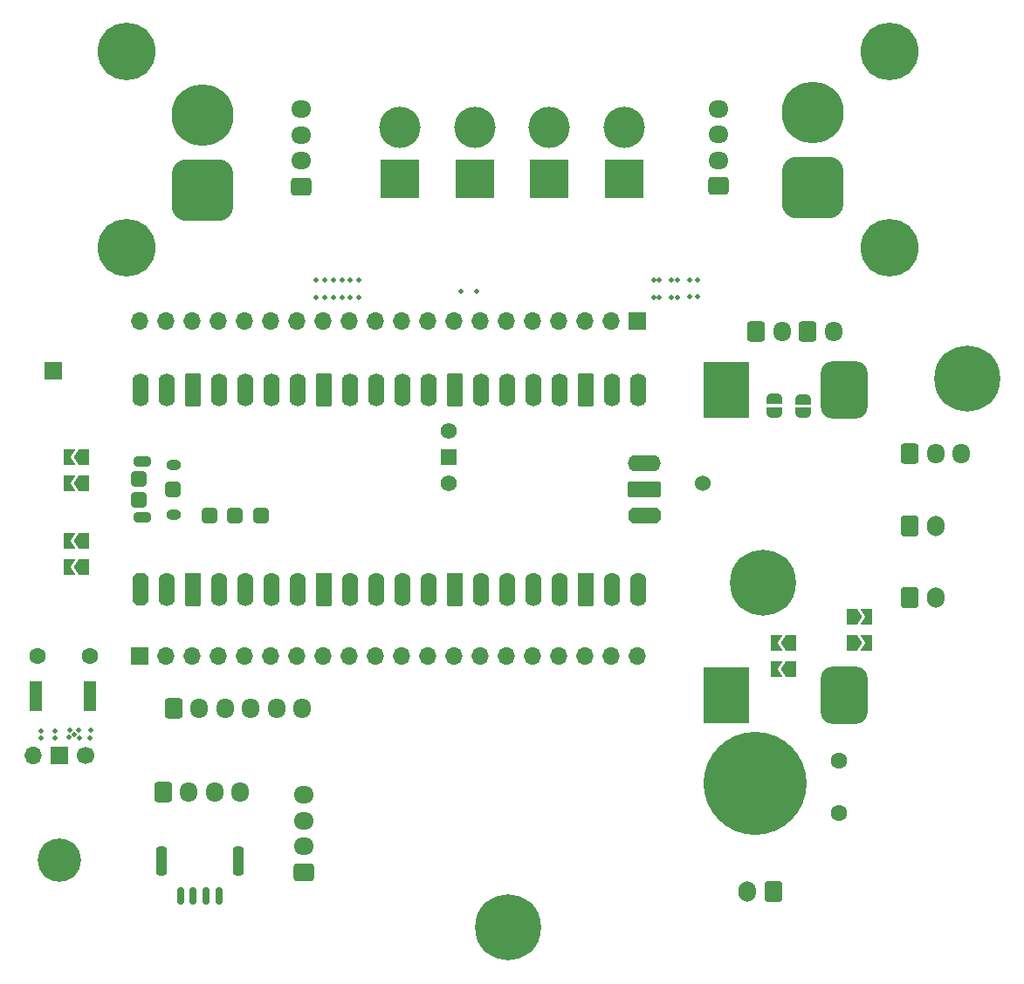
<source format=gbr>
%TF.GenerationSoftware,KiCad,Pcbnew,8.0.1*%
%TF.CreationDate,2024-04-30T15:38:52+08:00*%
%TF.ProjectId,prototype,70726f74-6f74-4797-9065-2e6b69636164,rev?*%
%TF.SameCoordinates,Original*%
%TF.FileFunction,Soldermask,Top*%
%TF.FilePolarity,Negative*%
%FSLAX46Y46*%
G04 Gerber Fmt 4.6, Leading zero omitted, Abs format (unit mm)*
G04 Created by KiCad (PCBNEW 8.0.1) date 2024-04-30 15:38:52*
%MOMM*%
%LPD*%
G01*
G04 APERTURE LIST*
G04 Aperture macros list*
%AMRoundRect*
0 Rectangle with rounded corners*
0 $1 Rounding radius*
0 $2 $3 $4 $5 $6 $7 $8 $9 X,Y pos of 4 corners*
0 Add a 4 corners polygon primitive as box body*
4,1,4,$2,$3,$4,$5,$6,$7,$8,$9,$2,$3,0*
0 Add four circle primitives for the rounded corners*
1,1,$1+$1,$2,$3*
1,1,$1+$1,$4,$5*
1,1,$1+$1,$6,$7*
1,1,$1+$1,$8,$9*
0 Add four rect primitives between the rounded corners*
20,1,$1+$1,$2,$3,$4,$5,0*
20,1,$1+$1,$4,$5,$6,$7,0*
20,1,$1+$1,$6,$7,$8,$9,0*
20,1,$1+$1,$8,$9,$2,$3,0*%
%AMFreePoly0*
4,1,26,1.935306,0.780194,1.989950,0.741421,2.341421,0.389950,2.388777,0.314585,2.400000,0.248529,2.400000,-0.248529,2.380194,-0.335306,2.341421,-0.389950,1.989950,-0.741421,1.914585,-0.788777,1.848529,-0.800000,0.000000,-0.800000,-0.248529,-0.800000,-0.335306,-0.780194,-0.389950,-0.741421,-0.741421,-0.389950,-0.788777,-0.314585,-0.800000,-0.248529,-0.800000,0.248529,-0.780194,0.335306,
-0.741421,0.389950,-0.389950,0.741421,-0.314585,0.788777,-0.248529,0.800000,1.848529,0.800000,1.935306,0.780194,1.935306,0.780194,$1*%
%AMFreePoly1*
4,1,26,0.335306,0.780194,0.389950,0.741421,0.741421,0.389950,0.788777,0.314585,0.800000,0.248529,0.800000,-0.248529,0.780194,-0.335306,0.741421,-0.389950,0.389950,-0.741421,0.314585,-0.788777,0.248529,-0.800000,0.000000,-0.800000,-0.248529,-0.800000,-0.335306,-0.780194,-0.389950,-0.741421,-0.741421,-0.389950,-0.788777,-0.314585,-0.800000,-0.248529,-0.800000,0.248529,-0.780194,0.335306,
-0.741421,0.389950,-0.389950,0.741421,-0.314585,0.788777,-0.248529,0.800000,0.248529,0.800000,0.335306,0.780194,0.335306,0.780194,$1*%
%AMFreePoly2*
4,1,26,0.335306,2.380194,0.389950,2.341421,0.741421,1.989950,0.788777,1.914585,0.800000,1.848529,0.800000,-0.248529,0.780194,-0.335306,0.741421,-0.389950,0.389950,-0.741421,0.314585,-0.788777,0.248529,-0.800000,0.000000,-0.800000,-0.248529,-0.800000,-0.335306,-0.780194,-0.389950,-0.741421,-0.741421,-0.389950,-0.788777,-0.314585,-0.800000,-0.248529,-0.800000,1.848529,-0.780194,1.935306,
-0.741421,1.989950,-0.389950,2.341421,-0.314585,2.388777,-0.248529,2.400000,0.248529,2.400000,0.335306,2.380194,0.335306,2.380194,$1*%
%AMFreePoly3*
4,1,6,0.500000,-0.750000,-0.650000,-0.750000,-0.150000,0.000000,-0.650000,0.750000,0.500000,0.750000,0.500000,-0.750000,0.500000,-0.750000,$1*%
%AMFreePoly4*
4,1,6,1.000000,0.000000,0.500000,-0.750000,-0.500000,-0.750000,-0.500000,0.750000,0.500000,0.750000,1.000000,0.000000,1.000000,0.000000,$1*%
%AMFreePoly5*
4,1,19,0.500000,-0.750000,0.000000,-0.750000,0.000000,-0.744911,-0.071157,-0.744911,-0.207708,-0.704816,-0.327430,-0.627875,-0.420627,-0.520320,-0.479746,-0.390866,-0.500000,-0.250000,-0.500000,0.250000,-0.479746,0.390866,-0.420627,0.520320,-0.327430,0.627875,-0.207708,0.704816,-0.071157,0.744911,0.000000,0.744911,0.000000,0.750000,0.500000,0.750000,0.500000,-0.750000,0.500000,-0.750000,
$1*%
%AMFreePoly6*
4,1,19,0.000000,0.744911,0.071157,0.744911,0.207708,0.704816,0.327430,0.627875,0.420627,0.520320,0.479746,0.390866,0.500000,0.250000,0.500000,-0.250000,0.479746,-0.390866,0.420627,-0.520320,0.327430,-0.627875,0.207708,-0.704816,0.071157,-0.744911,0.000000,-0.744911,0.000000,-0.750000,-0.500000,-0.750000,-0.500000,0.750000,0.000000,0.750000,0.000000,0.744911,0.000000,0.744911,
$1*%
G04 Aperture macros list end*
%ADD10C,0.500000*%
%ADD11O,1.800000X1.100000*%
%ADD12O,1.450000X1.050000*%
%ADD13FreePoly0,90.000000*%
%ADD14FreePoly1,90.000000*%
%ADD15O,1.600000X3.200000*%
%ADD16C,1.600000*%
%ADD17RoundRect,0.200000X0.600000X-1.400000X0.600000X1.400000X-0.600000X1.400000X-0.600000X-1.400000X0*%
%ADD18RoundRect,0.200000X0.600000X-0.600000X0.600000X0.600000X-0.600000X0.600000X-0.600000X-0.600000X0*%
%ADD19FreePoly2,90.000000*%
%ADD20C,1.574800*%
%ADD21RoundRect,0.200000X1.400000X-0.600000X1.400000X0.600000X-1.400000X0.600000X-1.400000X-0.600000X0*%
%ADD22R,1.574800X1.574800*%
%ADD23O,3.200000X1.600000*%
%ADD24RoundRect,0.300000X0.450000X-0.450000X0.450000X0.450000X-0.450000X0.450000X-0.450000X-0.450000X0*%
%ADD25R,4.528000X5.544000*%
%ADD26R,1.700000X1.700000*%
%ADD27RoundRect,1.132000X1.132000X1.640000X-1.132000X1.640000X-1.132000X-1.640000X1.132000X-1.640000X0*%
%ADD28C,1.700000*%
%ADD29C,1.524000*%
%ADD30FreePoly3,180.000000*%
%ADD31FreePoly4,180.000000*%
%ADD32FreePoly5,270.000000*%
%ADD33FreePoly6,270.000000*%
%ADD34FreePoly3,0.000000*%
%ADD35FreePoly4,0.000000*%
%ADD36O,1.700000X1.950000*%
%ADD37RoundRect,0.250000X-0.600000X-0.725000X0.600000X-0.725000X0.600000X0.725000X-0.600000X0.725000X0*%
%ADD38RoundRect,0.250000X0.725000X-0.600000X0.725000X0.600000X-0.725000X0.600000X-0.725000X-0.600000X0*%
%ADD39O,1.950000X1.700000*%
%ADD40RoundRect,0.250000X-0.250000X-1.150000X0.250000X-1.150000X0.250000X1.150000X-0.250000X1.150000X0*%
%ADD41RoundRect,0.150000X-0.150000X-0.700000X0.150000X-0.700000X0.150000X0.700000X-0.150000X0.700000X0*%
%ADD42C,6.400000*%
%ADD43R,3.800000X3.800000*%
%ADD44C,4.000000*%
%ADD45RoundRect,0.250000X-0.600000X-0.750000X0.600000X-0.750000X0.600000X0.750000X-0.600000X0.750000X0*%
%ADD46O,1.700000X2.000000*%
%ADD47O,1.700000X1.700000*%
%ADD48RoundRect,1.500000X1.500000X-1.500000X1.500000X1.500000X-1.500000X1.500000X-1.500000X-1.500000X0*%
%ADD49C,6.000000*%
%ADD50C,4.200000*%
%ADD51R,1.190000X3.000000*%
%ADD52C,5.600000*%
%ADD53RoundRect,0.250000X0.600000X0.750000X-0.600000X0.750000X-0.600000X-0.750000X0.600000X-0.750000X0*%
%ADD54C,10.000000*%
G04 APERTURE END LIST*
D10*
%TO.C,M3*%
X56108600Y-108940600D03*
%TD*%
%TO.C,M10*%
X56108600Y-109575600D03*
%TD*%
D11*
%TO.C,U1*%
X64534000Y-88208000D03*
D12*
X67564000Y-87908000D03*
X67564000Y-83058000D03*
D11*
X64534000Y-82758000D03*
D13*
X64404000Y-95973000D03*
D14*
X64404000Y-94373000D03*
D15*
X66944000Y-95173000D03*
D16*
X66944000Y-94373000D03*
D17*
X69484000Y-95173000D03*
D18*
X69484000Y-94373000D03*
D15*
X72024000Y-95173000D03*
D16*
X72024000Y-94373000D03*
D15*
X74564000Y-95173000D03*
D16*
X74564000Y-94373000D03*
D15*
X77104000Y-95173000D03*
D16*
X77104000Y-94373000D03*
D15*
X79644000Y-95173000D03*
D16*
X79644000Y-94373000D03*
D17*
X82184000Y-95173000D03*
D18*
X82184000Y-94373000D03*
D15*
X84724000Y-95173000D03*
D16*
X84724000Y-94373000D03*
D15*
X87264000Y-95173000D03*
D16*
X87264000Y-94373000D03*
D15*
X89804000Y-95173000D03*
D16*
X89804000Y-94373000D03*
D15*
X92344000Y-95173000D03*
D16*
X92344000Y-94373000D03*
D17*
X94884000Y-95173000D03*
D18*
X94884000Y-94373000D03*
D15*
X97424000Y-95173000D03*
D16*
X97424000Y-94373000D03*
D15*
X99964000Y-95173000D03*
D16*
X99964000Y-94373000D03*
D15*
X102504000Y-95173000D03*
D16*
X102504000Y-94373000D03*
D15*
X105044000Y-95173000D03*
D16*
X105044000Y-94373000D03*
D17*
X107584000Y-95173000D03*
D18*
X107584000Y-94373000D03*
D15*
X110124000Y-95173000D03*
D16*
X110124000Y-94373000D03*
D15*
X112664000Y-95173000D03*
D16*
X112664000Y-94373000D03*
X112664000Y-76593000D03*
D15*
X112664000Y-75793000D03*
D16*
X110124000Y-76593000D03*
D15*
X110124000Y-75793000D03*
D18*
X107584000Y-76593000D03*
D17*
X107584000Y-75793000D03*
D16*
X105044000Y-76593000D03*
D15*
X105044000Y-75793000D03*
D16*
X102504000Y-76593000D03*
D15*
X102504000Y-75793000D03*
D16*
X99964000Y-76593000D03*
D15*
X99964000Y-75793000D03*
D16*
X97424000Y-76593000D03*
D15*
X97424000Y-75793000D03*
D18*
X94884000Y-76593000D03*
D17*
X94884000Y-75793000D03*
D16*
X92344000Y-76593000D03*
D15*
X92344000Y-75793000D03*
D16*
X89804000Y-76593000D03*
D15*
X89804000Y-75793000D03*
D16*
X87264000Y-76593000D03*
D15*
X87264000Y-75793000D03*
D16*
X84724000Y-76593000D03*
D15*
X84724000Y-75793000D03*
D18*
X82184000Y-76593000D03*
D17*
X82184000Y-75793000D03*
D16*
X79644000Y-76593000D03*
D15*
X79644000Y-75793000D03*
D16*
X77104000Y-76593000D03*
D15*
X77104000Y-75793000D03*
D16*
X74564000Y-76593000D03*
D15*
X74564000Y-75793000D03*
D16*
X72024000Y-76593000D03*
D15*
X72024000Y-75793000D03*
D18*
X69484000Y-76593000D03*
D17*
X69484000Y-75793000D03*
D16*
X66944000Y-76593000D03*
D15*
X66944000Y-75793000D03*
D16*
X64404000Y-76593000D03*
D15*
X64404000Y-75793000D03*
D14*
X112434000Y-88023000D03*
D19*
X114034000Y-88023000D03*
D20*
X94234000Y-84898800D03*
D18*
X112434000Y-85483000D03*
D21*
X113234000Y-85483000D03*
D22*
X94234000Y-82358800D03*
D16*
X112434000Y-82943000D03*
D23*
X113234000Y-82943000D03*
D20*
X94234000Y-79818800D03*
D24*
X67534000Y-85483000D03*
X64234000Y-84483000D03*
X64234000Y-86483000D03*
X71034000Y-87983000D03*
X73534000Y-87983000D03*
X76034000Y-87983000D03*
%TD*%
D25*
%TO.C,U2*%
X121188000Y-105410000D03*
D26*
X119918000Y-103632000D03*
X122458000Y-103632000D03*
D27*
X132596000Y-105432000D03*
D28*
X131348000Y-103632000D03*
X133888000Y-103632000D03*
X131348000Y-77632000D03*
X133888000Y-77632000D03*
D27*
X132618000Y-75832000D03*
D26*
X119918000Y-77632000D03*
X122458000Y-77632000D03*
D25*
X121188000Y-75832000D03*
D29*
X118872000Y-84836000D03*
%TD*%
D30*
%TO.C,JP8*%
X57441000Y-92964000D03*
D31*
X58891000Y-92964000D03*
%TD*%
D30*
%TO.C,JP7*%
X57441000Y-90424000D03*
D31*
X58891000Y-90424000D03*
%TD*%
D32*
%TO.C,JP10*%
X125857000Y-76693000D03*
D33*
X125857000Y-77993000D03*
%TD*%
D32*
%TO.C,JP9*%
X128651000Y-76708000D03*
D33*
X128651000Y-78008000D03*
%TD*%
D30*
%TO.C,JP6*%
X57441000Y-82296000D03*
D31*
X58891000Y-82296000D03*
%TD*%
%TO.C,JP5*%
X58891000Y-84836000D03*
D30*
X57441000Y-84836000D03*
%TD*%
%TO.C,JP4*%
X126021000Y-100330000D03*
D31*
X127471000Y-100330000D03*
%TD*%
%TO.C,JP3*%
X127471000Y-102870000D03*
D30*
X126021000Y-102870000D03*
%TD*%
D34*
%TO.C,JP2*%
X134837000Y-97790000D03*
D35*
X133387000Y-97790000D03*
%TD*%
%TO.C,JP1*%
X133387000Y-100330000D03*
D34*
X134837000Y-100330000D03*
%TD*%
D36*
%TO.C,J19*%
X131572000Y-70104000D03*
D37*
X129072000Y-70104000D03*
D36*
X126572000Y-70104000D03*
D37*
X124072000Y-70104000D03*
%TD*%
D38*
%TO.C,J18*%
X80247000Y-122622000D03*
D39*
X80247000Y-120122000D03*
X80247000Y-117622000D03*
X80247000Y-115122000D03*
%TD*%
D40*
%TO.C,TM1*%
X73829000Y-121536000D03*
X66379000Y-121536000D03*
D41*
X71979000Y-124886000D03*
X70729000Y-124886000D03*
X69479000Y-124886000D03*
X68229000Y-124886000D03*
%TD*%
D37*
%TO.C,L1*%
X67564000Y-106680000D03*
D36*
X70064000Y-106680000D03*
X72564000Y-106680000D03*
X75064000Y-106680000D03*
X77564000Y-106680000D03*
X80064000Y-106680000D03*
%TD*%
D37*
%TO.C,J17*%
X66548000Y-114808000D03*
D36*
X69048000Y-114808000D03*
X71548000Y-114808000D03*
X74048000Y-114808000D03*
%TD*%
D37*
%TO.C,J6*%
X139000000Y-82000000D03*
D36*
X141500000Y-82000000D03*
X144000000Y-82000000D03*
%TD*%
D42*
%TO.C,H2*%
X100000000Y-128000000D03*
%TD*%
D10*
%TO.C,M36*%
X114706400Y-66802000D03*
%TD*%
%TO.C,M11*%
X57404000Y-109550200D03*
%TD*%
D16*
%TO.C,R2*%
X132080000Y-111760000D03*
X132080000Y-116840000D03*
%TD*%
D43*
%TO.C,J12*%
X104024000Y-55292000D03*
D44*
X104024000Y-50292000D03*
%TD*%
D10*
%TO.C,M24*%
X83921600Y-66802000D03*
%TD*%
%TO.C,M37*%
X115824000Y-66802000D03*
%TD*%
%TO.C,M5*%
X57912000Y-109296200D03*
%TD*%
%TO.C,M38*%
X116433600Y-66802000D03*
%TD*%
%TO.C,M4*%
X57480200Y-108864400D03*
%TD*%
D45*
%TO.C,J8*%
X139000000Y-89000000D03*
D46*
X141500000Y-89000000D03*
%TD*%
D10*
%TO.C,M26*%
X85547200Y-66802000D03*
%TD*%
%TO.C,M14*%
X59436000Y-109575600D03*
%TD*%
D26*
%TO.C,J3*%
X64262000Y-101600000D03*
D47*
X66802000Y-101600000D03*
X69342000Y-101600000D03*
X71882000Y-101600000D03*
X74422000Y-101600000D03*
X76962000Y-101600000D03*
X79502000Y-101600000D03*
X82042000Y-101600000D03*
X84582000Y-101600000D03*
X87122000Y-101600000D03*
X89662000Y-101600000D03*
X92202000Y-101600000D03*
X94742000Y-101600000D03*
X97282000Y-101600000D03*
X99822000Y-101600000D03*
X102362000Y-101600000D03*
X104902000Y-101600000D03*
X107442000Y-101600000D03*
X109982000Y-101600000D03*
X112522000Y-101600000D03*
%TD*%
D42*
%TO.C,H3*%
X124748737Y-94547727D03*
%TD*%
D26*
%TO.C,J7*%
X55880000Y-73914000D03*
%TD*%
D38*
%TO.C,J14*%
X79993000Y-56054000D03*
D39*
X79993000Y-53554000D03*
X79993000Y-51054000D03*
X79993000Y-48554000D03*
%TD*%
D10*
%TO.C,M25*%
X84734400Y-66802000D03*
%TD*%
%TO.C,M8*%
X54762400Y-109575600D03*
%TD*%
%TO.C,M29*%
X114147600Y-65176400D03*
%TD*%
%TO.C,M17*%
X83058000Y-65176400D03*
%TD*%
%TO.C,M30*%
X114706400Y-65176400D03*
%TD*%
%TO.C,M23*%
X83058000Y-66802000D03*
%TD*%
%TO.C,M35*%
X114147600Y-66802000D03*
%TD*%
%TO.C,M39*%
X117602000Y-66751200D03*
%TD*%
D48*
%TO.C,J2*%
X70358000Y-56388000D03*
D49*
X70358000Y-49188000D03*
%TD*%
D10*
%TO.C,M20*%
X85547200Y-65176400D03*
%TD*%
D50*
%TO.C,H1*%
X56500000Y-121412000D03*
%TD*%
D43*
%TO.C,J10*%
X89524000Y-55292000D03*
D44*
X89524000Y-50292000D03*
%TD*%
D10*
%TO.C,M40*%
X118364000Y-66751200D03*
%TD*%
%TO.C,M22*%
X82245200Y-66802000D03*
%TD*%
%TO.C,M27*%
X95453200Y-66243200D03*
%TD*%
D16*
%TO.C,R3*%
X54356000Y-101600000D03*
X59436000Y-101600000D03*
%TD*%
D42*
%TO.C,H4*%
X144547727Y-74748737D03*
%TD*%
D10*
%TO.C,M1*%
X54762400Y-108940600D03*
%TD*%
D51*
%TO.C,D1*%
X54239500Y-105548000D03*
X59429500Y-105548000D03*
%TD*%
D52*
%TO.C,H6*%
X63000000Y-62000000D03*
%TD*%
D48*
%TO.C,J1*%
X129540000Y-56134000D03*
D49*
X129540000Y-48934000D03*
%TD*%
D10*
%TO.C,M28*%
X96953200Y-66243200D03*
%TD*%
%TO.C,M16*%
X82245200Y-65176400D03*
%TD*%
D53*
%TO.C,J16*%
X125730000Y-124460000D03*
D46*
X123230000Y-124460000D03*
%TD*%
D10*
%TO.C,M32*%
X116433600Y-65176400D03*
%TD*%
%TO.C,M34*%
X118364000Y-65176400D03*
%TD*%
%TO.C,M18*%
X83921600Y-65176400D03*
%TD*%
D45*
%TO.C,J9*%
X139000000Y-96000000D03*
D46*
X141500000Y-96000000D03*
%TD*%
D10*
%TO.C,M7*%
X59563000Y-108864400D03*
%TD*%
D52*
%TO.C,H5*%
X63000000Y-43000000D03*
%TD*%
D10*
%TO.C,M15*%
X81432400Y-65176400D03*
%TD*%
%TO.C,M33*%
X117602000Y-65176400D03*
%TD*%
%TO.C,M13*%
X58420000Y-109575600D03*
%TD*%
%TO.C,M31*%
X115824000Y-65176400D03*
%TD*%
D54*
%TO.C,H9*%
X124000000Y-114000000D03*
%TD*%
D10*
%TO.C,M6*%
X58343800Y-108839000D03*
%TD*%
D26*
%TO.C,J4*%
X112522000Y-69088000D03*
D47*
X109982000Y-69088000D03*
X107442000Y-69088000D03*
X104902000Y-69088000D03*
X102362000Y-69088000D03*
X99822000Y-69088000D03*
X97282000Y-69088000D03*
X94742000Y-69088000D03*
X92202000Y-69088000D03*
X89662000Y-69088000D03*
X87122000Y-69088000D03*
X84582000Y-69088000D03*
X82042000Y-69088000D03*
X79502000Y-69088000D03*
X76962000Y-69088000D03*
X74422000Y-69088000D03*
X71882000Y-69088000D03*
X69342000Y-69088000D03*
X66802000Y-69088000D03*
X64262000Y-69088000D03*
%TD*%
D52*
%TO.C,H7*%
X137000000Y-43000000D03*
%TD*%
%TO.C,H8*%
X137000000Y-62000000D03*
%TD*%
D10*
%TO.C,M21*%
X81432400Y-66802000D03*
%TD*%
%TO.C,M19*%
X84734400Y-65176400D03*
%TD*%
D43*
%TO.C,J13*%
X111274000Y-55292000D03*
D44*
X111274000Y-50292000D03*
%TD*%
D28*
%TO.C,J5*%
X59040000Y-111252000D03*
D26*
X56500000Y-111252000D03*
D47*
X53960000Y-111252000D03*
%TD*%
D38*
%TO.C,J15*%
X120396000Y-56014000D03*
D39*
X120396000Y-53514000D03*
X120396000Y-51014000D03*
X120396000Y-48514000D03*
%TD*%
D43*
%TO.C,J11*%
X96774000Y-55292000D03*
D44*
X96774000Y-50292000D03*
%TD*%
M02*

</source>
